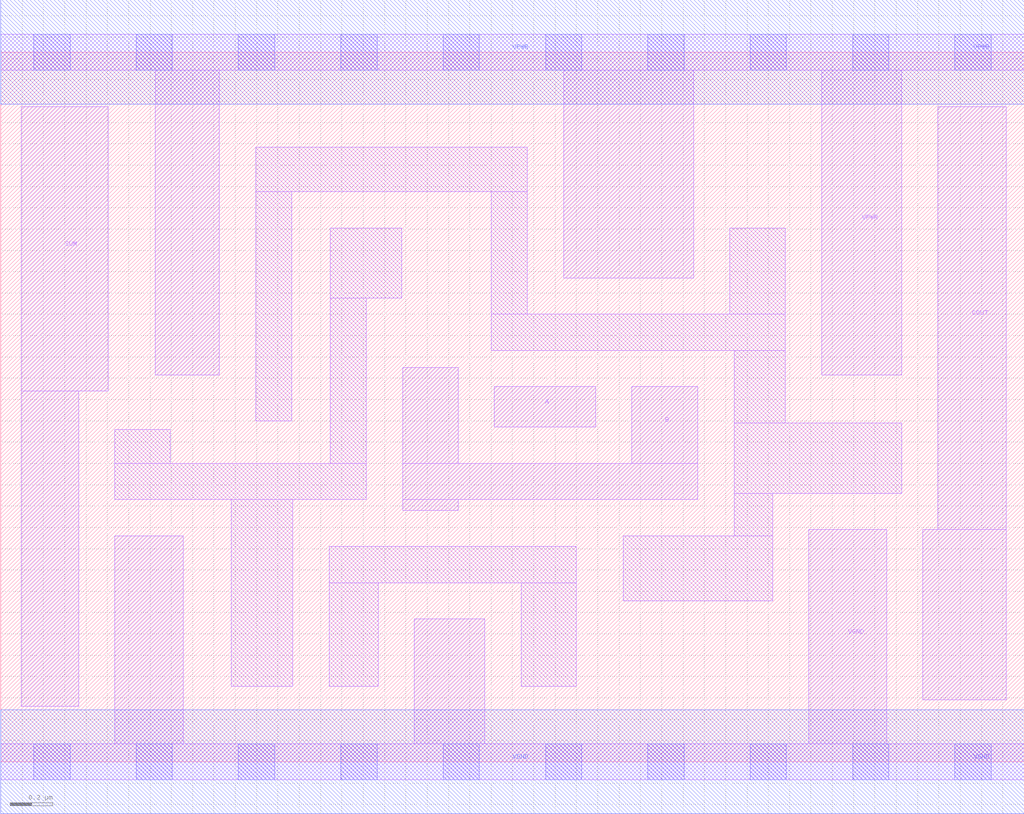
<source format=lef>
# Copyright 2020 The SkyWater PDK Authors
#
# Licensed under the Apache License, Version 2.0 (the "License");
# you may not use this file except in compliance with the License.
# You may obtain a copy of the License at
#
#     https://www.apache.org/licenses/LICENSE-2.0
#
# Unless required by applicable law or agreed to in writing, software
# distributed under the License is distributed on an "AS IS" BASIS,
# WITHOUT WARRANTIES OR CONDITIONS OF ANY KIND, either express or implied.
# See the License for the specific language governing permissions and
# limitations under the License.
#
# SPDX-License-Identifier: Apache-2.0

VERSION 5.7 ;
  NAMESCASESENSITIVE ON ;
  NOWIREEXTENSIONATPIN ON ;
  DIVIDERCHAR "/" ;
  BUSBITCHARS "[]" ;
UNITS
  DATABASE MICRONS 200 ;
END UNITS
MACRO sky130_fd_sc_lp__ha_1
  CLASS CORE ;
  SOURCE USER ;
  FOREIGN sky130_fd_sc_lp__ha_1 ;
  ORIGIN  0.000000  0.000000 ;
  SIZE  4.800000 BY  3.330000 ;
  SYMMETRY X Y R90 ;
  SITE unit ;
  PIN A
    ANTENNAGATEAREA  0.252000 ;
    DIRECTION INPUT ;
    USE SIGNAL ;
    PORT
      LAYER li1 ;
        RECT 2.315000 1.570000 2.790000 1.760000 ;
    END
  END A
  PIN B
    ANTENNAGATEAREA  0.252000 ;
    DIRECTION INPUT ;
    USE SIGNAL ;
    PORT
      LAYER li1 ;
        RECT 1.885000 1.180000 2.145000 1.230000 ;
        RECT 1.885000 1.230000 3.270000 1.400000 ;
        RECT 1.885000 1.400000 2.145000 1.850000 ;
        RECT 2.960000 1.400000 3.270000 1.760000 ;
    END
  END B
  PIN COUT
    ANTENNADIFFAREA  0.556500 ;
    DIRECTION OUTPUT ;
    USE SIGNAL ;
    PORT
      LAYER li1 ;
        RECT 4.325000 0.290000 4.715000 1.090000 ;
        RECT 4.395000 1.090000 4.715000 3.075000 ;
    END
  END COUT
  PIN SUM
    ANTENNADIFFAREA  0.556500 ;
    DIRECTION OUTPUT ;
    USE SIGNAL ;
    PORT
      LAYER li1 ;
        RECT 0.095000 0.260000 0.365000 1.740000 ;
        RECT 0.095000 1.740000 0.505000 3.075000 ;
    END
  END SUM
  PIN VGND
    DIRECTION INOUT ;
    USE GROUND ;
    PORT
      LAYER li1 ;
        RECT 0.000000 -0.085000 4.800000 0.085000 ;
        RECT 0.535000  0.085000 0.855000 1.060000 ;
        RECT 1.940000  0.085000 2.270000 0.670000 ;
        RECT 3.790000  0.085000 4.155000 1.090000 ;
      LAYER mcon ;
        RECT 0.155000 -0.085000 0.325000 0.085000 ;
        RECT 0.635000 -0.085000 0.805000 0.085000 ;
        RECT 1.115000 -0.085000 1.285000 0.085000 ;
        RECT 1.595000 -0.085000 1.765000 0.085000 ;
        RECT 2.075000 -0.085000 2.245000 0.085000 ;
        RECT 2.555000 -0.085000 2.725000 0.085000 ;
        RECT 3.035000 -0.085000 3.205000 0.085000 ;
        RECT 3.515000 -0.085000 3.685000 0.085000 ;
        RECT 3.995000 -0.085000 4.165000 0.085000 ;
        RECT 4.475000 -0.085000 4.645000 0.085000 ;
      LAYER met1 ;
        RECT 0.000000 -0.245000 4.800000 0.245000 ;
    END
  END VGND
  PIN VPWR
    DIRECTION INOUT ;
    USE POWER ;
    PORT
      LAYER li1 ;
        RECT 0.000000 3.245000 4.800000 3.415000 ;
        RECT 0.725000 1.815000 1.025000 3.245000 ;
        RECT 2.640000 2.270000 3.250000 3.245000 ;
        RECT 3.850000 1.815000 4.225000 3.245000 ;
      LAYER mcon ;
        RECT 0.155000 3.245000 0.325000 3.415000 ;
        RECT 0.635000 3.245000 0.805000 3.415000 ;
        RECT 1.115000 3.245000 1.285000 3.415000 ;
        RECT 1.595000 3.245000 1.765000 3.415000 ;
        RECT 2.075000 3.245000 2.245000 3.415000 ;
        RECT 2.555000 3.245000 2.725000 3.415000 ;
        RECT 3.035000 3.245000 3.205000 3.415000 ;
        RECT 3.515000 3.245000 3.685000 3.415000 ;
        RECT 3.995000 3.245000 4.165000 3.415000 ;
        RECT 4.475000 3.245000 4.645000 3.415000 ;
      LAYER met1 ;
        RECT 0.000000 3.085000 4.800000 3.575000 ;
    END
  END VPWR
  OBS
    LAYER li1 ;
      RECT 0.535000 1.230000 1.715000 1.400000 ;
      RECT 0.535000 1.400000 0.795000 1.560000 ;
      RECT 1.080000 0.355000 1.370000 1.230000 ;
      RECT 1.195000 1.600000 1.365000 2.675000 ;
      RECT 1.195000 2.675000 2.470000 2.885000 ;
      RECT 1.540000 0.355000 1.770000 0.840000 ;
      RECT 1.540000 0.840000 2.700000 1.010000 ;
      RECT 1.545000 1.400000 1.715000 2.175000 ;
      RECT 1.545000 2.175000 1.880000 2.505000 ;
      RECT 2.300000 1.930000 3.680000 2.100000 ;
      RECT 2.300000 2.100000 2.470000 2.675000 ;
      RECT 2.440000 0.355000 2.700000 0.840000 ;
      RECT 2.920000 0.755000 3.620000 1.060000 ;
      RECT 3.420000 2.100000 3.680000 2.505000 ;
      RECT 3.440000 1.060000 3.620000 1.260000 ;
      RECT 3.440000 1.260000 4.225000 1.590000 ;
      RECT 3.440000 1.590000 3.680000 1.930000 ;
  END
END sky130_fd_sc_lp__ha_1

</source>
